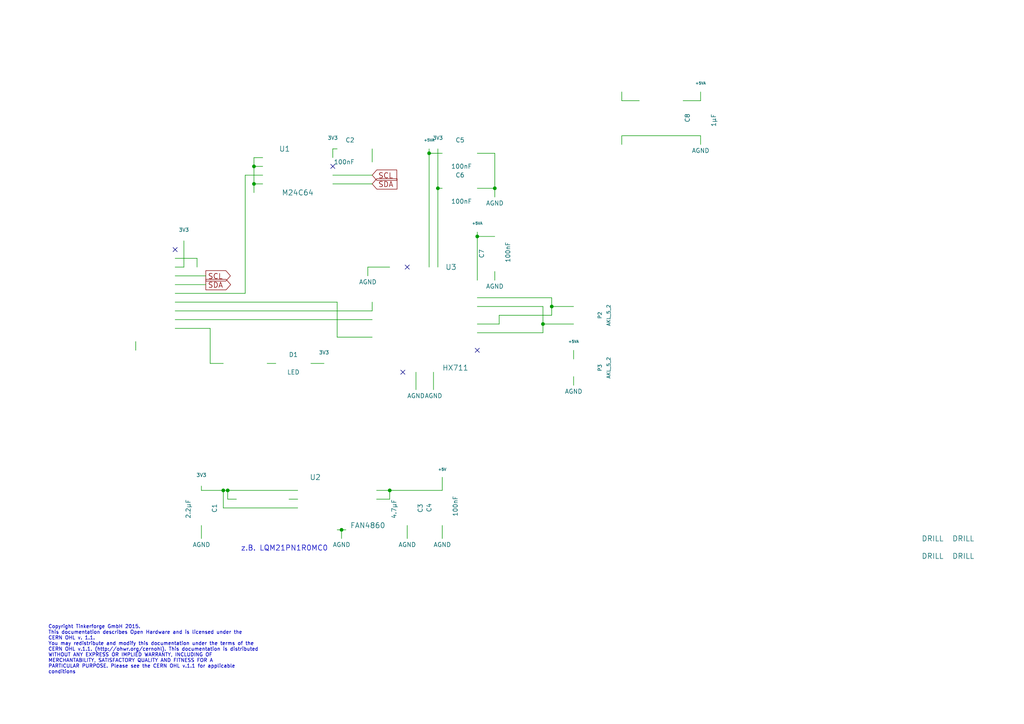
<source format=kicad_sch>
(kicad_sch (version 20230121) (generator eeschema)
  (paper "A4")
  (title_block (title "Load Cell Bricklet") (date "Di 24 Mär 2015") (rev "1.0") (company "Tinkerforge GmbH") (comment 1 "Licensed under CERN OHL v.1.1") (comment 2 "Copyright (©) 2015, B.Nordmeyer <bastian@tinkerforge.com>"))
  (lib_symbols)
  (junction (at 124.46 44.45))
  (junction (at 73.66 53.34))
  (junction (at 64.77 142.24))
  (junction (at 138.43 68.58))
  (junction (at 143.51 54.61))
  (junction (at 127 54.61))
  (junction (at 160.02 88.9))
  (junction (at 113.03 142.24))
  (junction (at 99.06 153.67))
  (junction (at 157.48 93.98))
  (junction (at 66.04 142.24))
  (junction (at 73.66 48.26))
  (no_connect (at 50.8 72.39))
  (no_connect (at 118.11 77.47))
  (no_connect (at 138.43 101.6))
  (no_connect (at 96.52 48.26))
  (no_connect (at 116.84 107.95))
  (wire (pts (xy 107.95 87.63) (xy 107.95 90.17)))
  (wire (pts (xy 64.77 147.32) (xy 64.77 142.24)))
  (wire (pts (xy 166.37 104.14) (xy 166.37 101.6)))
  (wire (pts (xy 160.02 88.9) (xy 160.02 86.36)))
  (wire (pts (xy 166.37 111.76) (xy 166.37 109.22)))
  (wire (pts (xy 73.66 45.72) (xy 76.2 45.72)))
  (wire (pts (xy 107.95 90.17) (xy 50.8 90.17)))
  (wire (pts (xy 99.06 153.67) (xy 100.33 153.67)))
  (wire (pts (xy 109.22 142.24) (xy 113.03 142.24)))
  (wire (pts (xy 160.02 88.9) (xy 166.37 88.9)))
  (wire (pts (xy 203.2 29.21) (xy 198.12 29.21)))
  (wire (pts (xy 109.22 144.78) (xy 113.03 144.78)))
  (wire (pts (xy 60.96 95.25) (xy 60.96 105.41)))
  (wire (pts (xy 128.27 142.24) (xy 128.27 138.43)))
  (wire (pts (xy 99.06 153.67) (xy 99.06 156.21)))
  (wire (pts (xy 96.52 45.72) (xy 96.52 43.18)))
  (wire (pts (xy 50.8 80.01) (xy 59.69 80.01)))
  (wire (pts (xy 73.66 53.34) (xy 76.2 53.34)))
  (wire (pts (xy 107.95 97.79) (xy 97.79 97.79)))
  (wire (pts (xy 113.03 142.24) (xy 128.27 142.24)))
  (wire (pts (xy 50.8 82.55) (xy 59.69 82.55)))
  (wire (pts (xy 50.8 92.71) (xy 107.95 92.71)))
  (wire (pts (xy 66.04 144.78) (xy 66.04 142.24)))
  (wire (pts (xy 144.78 91.44) (xy 160.02 91.44)))
  (wire (pts (xy 180.34 39.37) (xy 203.2 39.37)))
  (wire (pts (xy 143.51 54.61) (xy 143.51 57.15)))
  (wire (pts (xy 157.48 96.52) (xy 138.43 96.52)))
  (wire (pts (xy 96.52 53.34) (xy 107.95 53.34)))
  (wire (pts (xy 113.03 144.78) (xy 113.03 142.24)))
  (wire (pts (xy 39.37 101.6) (xy 39.37 99.06)))
  (wire (pts (xy 50.8 95.25) (xy 60.96 95.25)))
  (wire (pts (xy 157.48 88.9) (xy 157.48 93.98)))
  (wire (pts (xy 57.15 74.93) (xy 57.15 77.47)))
  (wire (pts (xy 157.48 93.98) (xy 166.37 93.98)))
  (wire (pts (xy 113.03 77.47) (xy 106.68 77.47)))
  (wire (pts (xy 96.52 50.8) (xy 107.95 50.8)))
  (wire (pts (xy 138.43 54.61) (xy 143.51 54.61)))
  (wire (pts (xy 50.8 85.09) (xy 71.12 85.09)))
  (wire (pts (xy 144.78 93.98) (xy 144.78 91.44)))
  (wire (pts (xy 73.66 55.88) (xy 73.66 53.34)))
  (wire (pts (xy 138.43 44.45) (xy 143.51 44.45)))
  (wire (pts (xy 96.52 43.18) (xy 97.79 43.18)))
  (wire (pts (xy 185.42 29.21) (xy 180.34 29.21)))
  (wire (pts (xy 120.65 113.03) (xy 120.65 107.95)))
  (wire (pts (xy 73.66 48.26) (xy 76.2 48.26)))
  (wire (pts (xy 160.02 86.36) (xy 138.43 86.36)))
  (wire (pts (xy 203.2 39.37) (xy 203.2 41.91)))
  (wire (pts (xy 71.12 50.8) (xy 76.2 50.8)))
  (wire (pts (xy 138.43 88.9) (xy 157.48 88.9)))
  (wire (pts (xy 128.27 156.21) (xy 128.27 152.4)))
  (wire (pts (xy 138.43 68.58) (xy 143.51 68.58)))
  (wire (pts (xy 143.51 81.28) (xy 143.51 78.74)))
  (wire (pts (xy 58.42 142.24) (xy 64.77 142.24)))
  (wire (pts (xy 97.79 153.67) (xy 99.06 153.67)))
  (wire (pts (xy 124.46 43.18) (xy 124.46 44.45)))
  (wire (pts (xy 107.95 46.99) (xy 107.95 43.18)))
  (wire (pts (xy 118.11 156.21) (xy 118.11 152.4)))
  (wire (pts (xy 124.46 44.45) (xy 128.27 44.45)))
  (wire (pts (xy 71.12 85.09) (xy 71.12 50.8)))
  (wire (pts (xy 86.36 147.32) (xy 64.77 147.32)))
  (wire (pts (xy 90.17 105.41) (xy 93.98 105.41)))
  (wire (pts (xy 127 54.61) (xy 128.27 54.61)))
  (wire (pts (xy 97.79 97.79) (xy 97.79 87.63)))
  (wire (pts (xy 138.43 93.98) (xy 144.78 93.98)))
  (wire (pts (xy 157.48 93.98) (xy 157.48 96.52)))
  (wire (pts (xy 73.66 48.26) (xy 73.66 45.72)))
  (wire (pts (xy 73.66 53.34) (xy 73.66 48.26)))
  (wire (pts (xy 106.68 77.47) (xy 106.68 80.01)))
  (wire (pts (xy 86.36 144.78) (xy 83.82 144.78)))
  (wire (pts (xy 127 43.18) (xy 127 54.61)))
  (wire (pts (xy 143.51 44.45) (xy 143.51 54.61)))
  (wire (pts (xy 203.2 26.67) (xy 203.2 29.21)))
  (wire (pts (xy 180.34 29.21) (xy 180.34 26.67)))
  (wire (pts (xy 58.42 140.97) (xy 58.42 142.24)))
  (wire (pts (xy 58.42 156.21) (xy 58.42 152.4)))
  (wire (pts (xy 68.58 144.78) (xy 66.04 144.78)))
  (wire (pts (xy 80.01 105.41) (xy 77.47 105.41)))
  (wire (pts (xy 127 54.61) (xy 127 77.47)))
  (wire (pts (xy 138.43 68.58) (xy 138.43 81.28)))
  (wire (pts (xy 138.43 67.31) (xy 138.43 68.58)))
  (wire (pts (xy 53.34 77.47) (xy 53.34 69.85)))
  (wire (pts (xy 64.77 142.24) (xy 66.04 142.24)))
  (wire (pts (xy 50.8 77.47) (xy 53.34 77.47)))
  (wire (pts (xy 66.04 142.24) (xy 86.36 142.24)))
  (wire (pts (xy 180.34 41.91) (xy 180.34 39.37)))
  (wire (pts (xy 57.15 74.93) (xy 50.8 74.93)))
  (wire (pts (xy 125.73 113.03) (xy 125.73 107.95)))
  (wire (pts (xy 160.02 91.44) (xy 160.02 88.9)))
  (wire (pts (xy 124.46 44.45) (xy 124.46 77.47)))
  (wire (pts (xy 97.79 87.63) (xy 50.8 87.63)))
  (wire (pts (xy 60.96 105.41) (xy 64.77 105.41)))
  (text "Copyright Tinkerforge GmbH 2015.\nThis documentation describes Open Hardware and is licensed under the\nCERN OHL v. 1.1.\nYou may redistribute and modify this documentation under the terms of the\nCERN OHL v.1.1. (http://ohwr.org/cernohl). This documentation is distributed\nWITHOUT ANY EXPRESS OR IMPLIED WARRANTY, INCLUDING OF\nMERCHANTABILITY, SATISFACTORY QUALITY AND FITNESS FOR A\nPARTICULAR PURPOSE. Please see the CERN OHL v.1.1 for applicable\nconditions\n" (at 13.97 195.58 0) (effects (font (size 1.016 1.016)) (justify left bottom)))
  (text "z.B. LQM21PN1R0MC0" (at 69.85 160.02 0) (effects (font (size 1.524 1.524)) (justify left bottom)))
  (global_label "SDA" (shape input) (at 107.95 53.34 0) (effects (font (size 1.524 1.524))) (property "Intersheetrefs" "${INTERSHEET_REFS}" (effects hide)))
  (global_label "SDA" (shape output) (at 59.69 82.55 0) (effects (font (size 1.524 1.524))) (property "Intersheetrefs" "${INTERSHEET_REFS}" (effects hide)))
  (global_label "SCL" (shape input) (at 107.95 50.8 0) (effects (font (size 1.524 1.524))) (property "Intersheetrefs" "${INTERSHEET_REFS}" (effects hide)))
  (global_label "SCL" (shape output) (at 59.69 80.01 0) (effects (font (size 1.524 1.524))) (property "Intersheetrefs" "${INTERSHEET_REFS}" (effects hide)))
  (symbol (lib_id "CON-SENSOR") (at 39.37 83.82 0) (mirror y) (unit 1)
    (property "Reference" "P1" (at 45.72 69.85 0) (effects (font (size 1.524 1.524))))
    (property "Value" "CON-SENSOR" (at 35.56 83.82 90) (effects (font (size 1.524 1.524))))
    (property "Footprint" "kicad-libraries:CON-SENSOR" (effects hide))
  )
  (symbol (lib_id "GND") (at 39.37 101.6 0) (unit 1)
    (property "Reference" "#PWR04" (effects hide))
    (property "Value" "GND" (effects hide))
  )
  (symbol (lib_id "GND") (at 57.15 77.47 0) (unit 1)
    (property "Reference" "#PWR03" (effects hide))
    (property "Value" "GND" (effects hide))
  )
  (symbol (lib_id "CAT24C") (at 86.36 55.88 0) (unit 1)
    (property "Reference" "U1" (at 82.55 43.18 0) (effects (font (size 1.524 1.524))))
    (property "Value" "M24C64" (at 86.36 55.88 0) (effects (font (size 1.524 1.524))))
    (property "Footprint" "kicad-libraries:SOIC8" (effects hide))
  )
  (symbol (lib_id "GND") (at 73.66 55.88 0) (unit 1)
    (property "Reference" "#PWR02" (effects hide))
    (property "Value" "GND" (effects hide))
  )
  (symbol (lib_id "C") (at 102.87 43.18 90) (unit 1)
    (property "Reference" "C2" (at 102.87 40.64 90) (effects (justify left)))
    (property "Value" "100nF" (at 102.87 46.99 90) (effects (justify left)))
    (property "Footprint" "kicad-libraries:C0603" (effects hide))
  )
  (symbol (lib_id "CONN_2") (at 175.26 106.68 0) (unit 1)
    (property "Reference" "P3" (at 173.99 106.68 90) (effects (font (size 1.016 1.016))))
    (property "Value" "AKL_5_2" (at 176.53 106.68 90) (effects (font (size 1.016 1.016))))
    (property "Footprint" "kicad-libraries:AKL_5_2" (effects hide))
  )
  (symbol (lib_id "DRILL") (at 279.4 156.21 0) (unit 1)
    (property "Reference" "U6" (effects hide))
    (property "Value" "DRILL" (at 279.4 156.21 0) (effects (font (size 1.524 1.524))))
    (property "Footprint" "kicad-libraries:DRILL_NP" (effects hide))
  )
  (symbol (lib_id "DRILL") (at 279.4 161.29 0) (unit 1)
    (property "Reference" "U7" (effects hide))
    (property "Value" "DRILL" (at 279.4 161.29 0) (effects (font (size 1.524 1.524))))
    (property "Footprint" "kicad-libraries:DRILL_NP" (effects hide))
  )
  (symbol (lib_id "DRILL") (at 270.51 161.29 0) (unit 1)
    (property "Reference" "U5" (effects hide))
    (property "Value" "DRILL" (at 270.51 161.29 0) (effects (font (size 1.524 1.524))))
    (property "Footprint" "kicad-libraries:DRILL_NP" (effects hide))
  )
  (symbol (lib_id "DRILL") (at 270.51 156.21 0) (unit 1)
    (property "Reference" "U4" (effects hide))
    (property "Value" "DRILL" (at 270.51 156.21 0) (effects (font (size 1.524 1.524))))
    (property "Footprint" "kicad-libraries:DRILL_NP" (effects hide))
  )
  (symbol (lib_id "GND") (at 107.95 46.99 0) (unit 1)
    (property "Reference" "#PWR01" (effects hide))
    (property "Value" "GND" (effects hide))
  )
  (symbol (lib_id "CONN_2") (at 175.26 91.44 0) (unit 1)
    (property "Reference" "P2" (at 173.99 91.44 90) (effects (font (size 1.016 1.016))))
    (property "Value" "AKL_5_2" (at 176.53 91.44 90) (effects (font (size 1.016 1.016))))
    (property "Footprint" "kicad-libraries:AKL_5_2" (effects hide))
  )
  (symbol (lib_id "3V3") (at 53.34 69.85 0) (unit 1)
    (property "Reference" "#PWR05" (effects hide))
    (property "Value" "3V3" (at 53.34 66.675 0) (effects (font (size 1.016 1.016))))
  )
  (symbol (lib_id "3V3") (at 96.52 43.18 0) (unit 1)
    (property "Reference" "#PWR06" (effects hide))
    (property "Value" "3V3" (at 96.52 40.005 0) (effects (font (size 1.016 1.016))))
  )
  (symbol (lib_id "R") (at 71.12 105.41 270) (unit 1)
    (property "Reference" "R1" (at 71.12 102.87 90))
    (property "Value" "1k" (at 71.12 105.41 90))
    (property "Footprint" "kicad-libraries:R0603" (effects hide))
  )
  (symbol (lib_id "HX711") (at 123.19 92.71 0) (unit 1)
    (property "Reference" "U3" (at 130.81 77.47 0) (effects (font (size 1.524 1.524))))
    (property "Value" "HX711" (at 132.08 106.68 0) (effects (font (size 1.524 1.524))))
    (property "Footprint" "kicad-libraries:SOP16L" (effects hide))
  )
  (symbol (lib_id "LED") (at 85.09 105.41 0) (unit 1)
    (property "Reference" "D1" (at 85.09 102.87 0))
    (property "Value" "LED" (at 85.09 107.95 0))
    (property "Footprint" "kicad-libraries:D0603" (effects hide))
  )
  (symbol (lib_id "3V3") (at 93.98 105.41 0) (unit 1)
    (property "Reference" "#PWR07" (effects hide))
    (property "Value" "3V3" (at 93.98 102.235 0) (effects (font (size 1.016 1.016))))
  )
  (symbol (lib_id "INDUCT") (at 191.77 29.21 270) (unit 1)
    (property "Reference" "L2" (at 191.77 31.242 90))
    (property "Value" "FB0603-2" (at 191.77 26.67 90))
    (property "Footprint" "kicad-libraries:C0603" (effects hide))
  )
  (symbol (lib_id "C") (at 203.2 34.29 0) (unit 1)
    (property "Reference" "C8" (at 199.39 35.56 90) (effects (justify left)))
    (property "Value" "1µF" (at 207.01 36.83 90) (effects (justify left)))
    (property "Footprint" "kicad-libraries:C0603" (effects hide))
  )
  (symbol (lib_id "AGND") (at 125.73 113.03 0) (unit 1)
    (property "Reference" "#PWR08" (effects hide))
    (property "Value" "AGND" (at 125.73 114.808 0))
  )
  (symbol (lib_id "AGND") (at 120.65 113.03 0) (unit 1)
    (property "Reference" "#PWR09" (effects hide))
    (property "Value" "AGND" (at 120.65 114.808 0))
  )
  (symbol (lib_id "AGND") (at 203.2 41.91 0) (unit 1)
    (property "Reference" "#PWR010" (effects hide))
    (property "Value" "AGND" (at 203.2 43.688 0))
  )
  (symbol (lib_id "GND") (at 180.34 41.91 0) (unit 1)
    (property "Reference" "#PWR011" (effects hide))
    (property "Value" "GND" (effects hide))
  )
  (symbol (lib_id "C") (at 133.35 54.61 270) (unit 1)
    (property "Reference" "C6" (at 132.08 50.8 90) (effects (justify left)))
    (property "Value" "100nF" (at 130.81 58.42 90) (effects (justify left)))
    (property "Footprint" "kicad-libraries:C0603" (effects hide))
  )
  (symbol (lib_id "C") (at 143.51 73.66 0) (unit 1)
    (property "Reference" "C7" (at 139.7 74.93 90) (effects (justify left)))
    (property "Value" "100nF" (at 147.32 76.2 90) (effects (justify left)))
    (property "Footprint" "kicad-libraries:C0603" (effects hide))
  )
  (symbol (lib_id "AGND") (at 106.68 80.01 0) (unit 1)
    (property "Reference" "#PWR012" (effects hide))
    (property "Value" "AGND" (at 106.68 81.788 0))
  )
  (symbol (lib_id "AGND") (at 143.51 81.28 0) (unit 1)
    (property "Reference" "#PWR013" (effects hide))
    (property "Value" "AGND" (at 143.51 83.058 0))
  )
  (symbol (lib_id "C") (at 133.35 44.45 270) (unit 1)
    (property "Reference" "C5" (at 132.08 40.64 90) (effects (justify left)))
    (property "Value" "100nF" (at 130.81 48.26 90) (effects (justify left)))
    (property "Footprint" "kicad-libraries:C0603" (effects hide))
  )
  (symbol (lib_id "3V3") (at 127 43.18 0) (unit 1)
    (property "Reference" "#PWR014" (effects hide))
    (property "Value" "3V3" (at 127 40.005 0) (effects (font (size 1.016 1.016))))
  )
  (symbol (lib_id "AGND") (at 143.51 57.15 0) (unit 1)
    (property "Reference" "#PWR015" (effects hide))
    (property "Value" "AGND" (at 143.51 58.928 0))
  )
  (symbol (lib_id "AGND") (at 166.37 111.76 0) (unit 1)
    (property "Reference" "#PWR016" (effects hide))
    (property "Value" "AGND" (at 166.37 113.538 0))
  )
  (symbol (lib_id "FAN4860") (at 97.79 144.78 0) (unit 1)
    (property "Reference" "U2" (at 91.44 138.43 0) (effects (font (size 1.524 1.524))))
    (property "Value" "FAN4860" (at 106.68 152.4 0) (effects (font (size 1.524 1.524))))
    (property "Footprint" "kicad-libraries:UMLP_22" (effects hide))
  )
  (symbol (lib_id "INDUCTOR") (at 76.2 144.78 180) (unit 1)
    (property "Reference" "L1" (at 77.47 144.78 90) (effects (font (size 1.016 1.016))))
    (property "Value" "1µH" (at 73.66 144.78 90) (effects (font (size 1.016 1.016))))
    (property "Footprint" "kicad-libraries:C0805" (effects hide))
  )
  (symbol (lib_id "C") (at 58.42 147.32 180) (unit 1)
    (property "Reference" "C1" (at 62.23 146.05 90) (effects (justify left)))
    (property "Value" "2.2µF" (at 54.61 144.78 90) (effects (justify left)))
    (property "Footprint" "kicad-libraries:C0603" (effects hide))
  )
  (symbol (lib_id "AGND") (at 99.06 156.21 0) (unit 1)
    (property "Reference" "#PWR017" (effects hide))
    (property "Value" "AGND" (at 99.06 157.988 0))
  )
  (symbol (lib_id "C") (at 118.11 147.32 180) (unit 1)
    (property "Reference" "C3" (at 121.92 146.05 90) (effects (justify left)))
    (property "Value" "4.7µF" (at 114.3 144.78 90) (effects (justify left)))
    (property "Footprint" "kicad-libraries:C0603" (effects hide))
  )
  (symbol (lib_id "AGND") (at 58.42 156.21 0) (unit 1)
    (property "Reference" "#PWR018" (effects hide))
    (property "Value" "AGND" (at 58.42 157.988 0))
  )
  (symbol (lib_id "AGND") (at 118.11 156.21 0) (unit 1)
    (property "Reference" "#PWR019" (effects hide))
    (property "Value" "AGND" (at 118.11 157.988 0))
  )
  (symbol (lib_id "3V3") (at 58.42 140.97 0) (unit 1)
    (property "Reference" "#PWR020" (effects hide))
    (property "Value" "3V3" (at 58.42 137.795 0) (effects (font (size 1.016 1.016))))
  )
  (symbol (lib_id "+5V") (at 128.27 138.43 0) (unit 1)
    (property "Reference" "#PWR021" (effects hide))
    (property "Value" "+5V" (at 128.27 136.144 0) (effects (font (size 0.762 0.762))))
  )
  (symbol (lib_id "C") (at 128.27 147.32 0) (unit 1)
    (property "Reference" "C4" (at 124.46 148.59 90) (effects (justify left)))
    (property "Value" "100nF" (at 132.08 149.86 90) (effects (justify left)))
    (property "Footprint" "kicad-libraries:C0603" (effects hide))
  )
  (symbol (lib_id "AGND") (at 128.27 156.21 0) (unit 1)
    (property "Reference" "#PWR022" (effects hide))
    (property "Value" "AGND" (at 128.27 157.988 0))
  )
  (symbol (lib_id "+5V") (at 180.34 26.67 0) (unit 1)
    (property "Reference" "#PWR023" (effects hide))
    (property "Value" "+5V" (at 180.34 24.384 0) (effects (font (size 0.762 0.762))))
  )
  (symbol (lib_id "+5VA") (at 203.2 26.67 0) (unit 1)
    (property "Reference" "#PWR024" (effects hide))
    (property "Value" "+5VA" (at 203.2 24.13 0) (effects (font (size 0.762 0.762))))
  )
  (symbol (lib_id "+5VA") (at 124.46 43.18 0) (unit 1)
    (property "Reference" "#PWR025" (effects hide))
    (property "Value" "+5VA" (at 124.46 40.64 0) (effects (font (size 0.762 0.762))))
  )
  (symbol (lib_id "+5VA") (at 138.43 67.31 0) (unit 1)
    (property "Reference" "#PWR026" (effects hide))
    (property "Value" "+5VA" (at 138.43 64.77 0) (effects (font (size 0.762 0.762))))
  )
  (symbol (lib_id "+5VA") (at 166.37 101.6 0) (unit 1)
    (property "Reference" "#PWR027" (effects hide))
    (property "Value" "+5VA" (at 166.37 99.06 0) (effects (font (size 0.762 0.762))))
  )
)
</source>
